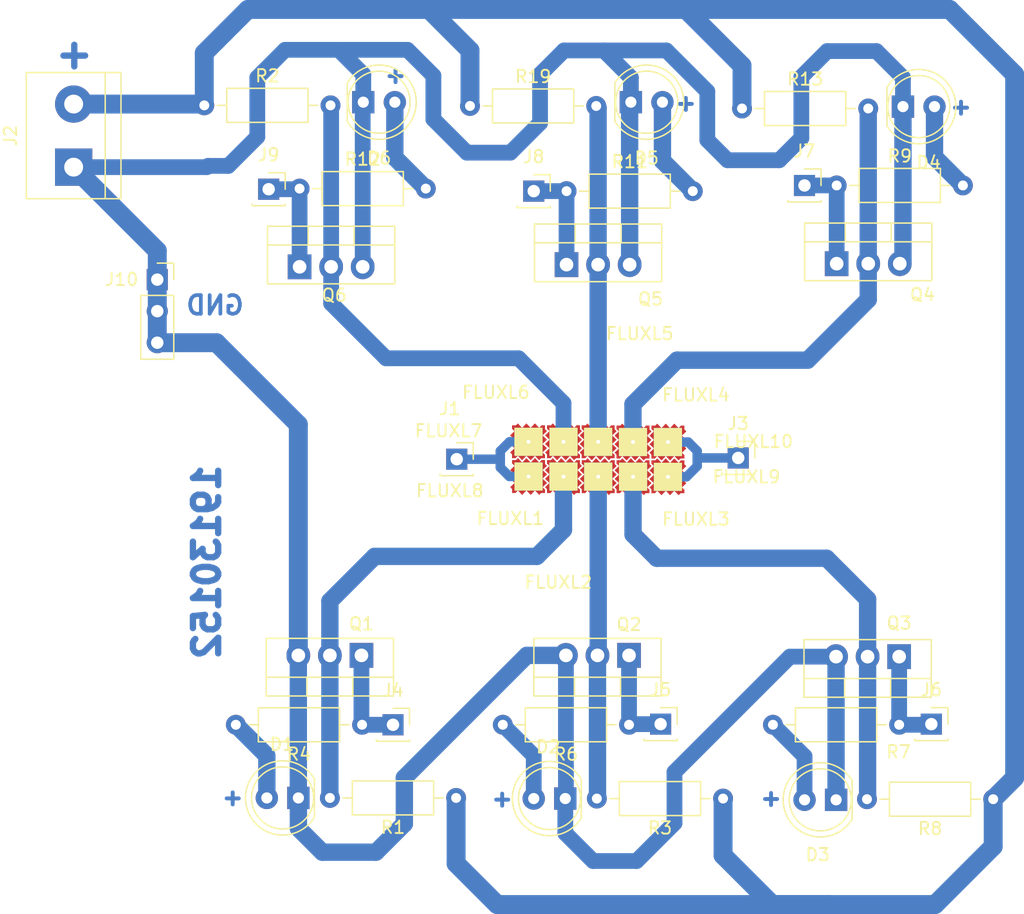
<source format=kicad_pcb>
(kicad_pcb (version 20211014) (generator pcbnew)
  (layers (0 "F.Cu" signal) (31 "B.Cu" signal) (34 "B.Paste" user) (35 "F.Paste" user) (36 "B.SilkS" user "B.Silkscreen") (37 "F.SilkS" user "F.Silkscreen") (38 "B.Mask" user) (39 "F.Mask" user) (44 "Edge.Cuts" user))
  (net 0 "")
  (net 1 "GND")
  (net 2 "Net-(D1-Pad2)")
  (net 3 "Net-(D2-Pad2)")
  (net 4 "Net-(D3-Pad2)")
  (net 5 "Net-(D4-Pad2)")
  (net 6 "Net-(D5-Pad2)")
  (net 7 "Net-(D6-Pad2)")
  (net 8 "Net-(FLUXL7-Pad1)")
  (net 9 "Net-(FLUXL10-Pad1)")
  (net 10 "/PAD_1")
  (net 11 "/PAD_2")
  (net 12 "/PAD_3")
  (net 13 "/PAD_4")
  (net 14 "/PAD_5")
  (net 15 "/PAD_6")
  (net 16 "/LED_1")
  (net 17 "/LED_2")
  (net 18 "/LED_3")
  (net 19 "/LED_4")
  (net 20 "/LED_5")
  (net 21 "/LED_6")
  (net 22 "/+HV")
  (footprint "LED_THT:LED_D5.0mm_IRBlack" (layer "F.Cu") (at 87.7874 133.0452 180)
    (fp_text reference "D1")
    (fp_text value "LED")
  )
  (footprint "Connector_PinSocket_2.54mm:PinSocket_1x03_P2.54mm_Vertical" (layer "F.Cu") (at 76.4282 91.3026)
    (fp_text reference "J10")
    (fp_text value "GND")
  )
  (footprint "GaudiLabsFootPrints:FLUXPAD_2_75_4MIL_FINAL" (layer "F.Cu") (at 117.530204 104.383254 -90)
    (fp_text reference "FLUXL10")
    (fp_text value "FX" hide)
  )
  (footprint "Package_TO_SOT_THT:TO-220-3_Vertical" (layer "F.Cu") (at 109.37 90.095)
    (fp_text reference "Q5")
    (fp_text value "IRF740")
  )
  (footprint "Resistor_THT:R_Axial_DIN0207_L6.3mm_D2.5mm_P10.16mm_Horizontal" (layer "F.Cu") (at 100.4824 133.0452 180)
    (fp_text reference "R1")
    (fp_text value "R")
  )
  (footprint "GaudiLabsFootPrints:FLUXPAD_2_75_4MIL_FINAL" (layer "F.Cu") (at 106.314171 107.159039 90)
    (fp_text reference "FLUXL8")
    (fp_text value "FX" hide)
  )
  (footprint "Resistor_THT:R_Axial_DIN0207_L6.3mm_D2.5mm_P10.16mm_Horizontal" (layer "F.Cu") (at 80.2132 77.2668)
    (fp_text reference "R2")
    (fp_text value "R")
  )
  (footprint "Resistor_THT:R_Axial_DIN0207_L6.3mm_D2.5mm_P10.16mm_Horizontal" (layer "F.Cu") (at 136.144 127.1524 180)
    (fp_text reference "R7")
    (fp_text value "1K")
  )
  (footprint "LED_THT:LED_D5.0mm_IRBlack" (layer "F.Cu") (at 109.2708 133.096 180)
    (fp_text reference "D2")
    (fp_text value "LED")
  )
  (footprint "Connector_PinSocket_2.54mm:PinSocket_1x01_P2.54mm_Vertical" (layer "F.Cu") (at 138.7348 127.1016)
    (fp_text reference "J6")
    (fp_text value "Ard_3")
  )
  (footprint "LED_THT:LED_D5.0mm_IRBlack" (layer "F.Cu") (at 136.4488 77.3684)
    (fp_text reference "D4")
    (fp_text value "LED")
  )
  (footprint "Resistor_THT:R_Axial_DIN0207_L6.3mm_D2.5mm_P10.16mm_Horizontal" (layer "F.Cu") (at 121.9708 133.096 180)
    (fp_text reference "R3")
    (fp_text value "R")
  )
  (footprint "GaudiLabsFootPrints:FLUXPAD_2_75_4MIL_FINAL" (layer "F.Cu") (at 111.921448 107.169996)
    (fp_text reference "FLUXL2")
    (fp_text value "FX" hide)
  )
  (footprint "Resistor_THT:R_Axial_DIN0207_L6.3mm_D2.5mm_P10.16mm_Horizontal" (layer "F.Cu") (at 87.884 83.9724)
    (fp_text reference "R12")
    (fp_text value "1K")
  )
  (footprint "TerminalBlock:TerminalBlock_bornier-2_P5.08mm" (layer "F.Cu") (at 69.6976 82.2452 90)
    (fp_text reference "J2")
    (fp_text value "POWER")
  )
  (footprint "GaudiLabsFootPrints:FLUXPAD_2_75_4MIL_FINAL" (layer "F.Cu") (at 111.914957 104.366531)
    (fp_text reference "FLUXL5")
    (fp_text value "FX" hide)
  )
  (footprint "GaudiLabsFootPrints:FLUXPAD_2_75_4MIL_FINAL" (layer "F.Cu") (at 114.718987 104.382047)
    (fp_text reference "FLUXL4")
    (fp_text value "FX" hide)
  )
  (footprint "Connector_PinSocket_2.54mm:PinSocket_1x01_P2.54mm_Vertical" (layer "F.Cu") (at 85.3948 84.0232)
    (fp_text reference "J9")
    (fp_text value "Ard_6")
  )
  (footprint "GaudiLabsFootPrints:FLUXPAD_2_75_4MIL_FINAL" (layer "F.Cu") (at 109.122994 107.164183)
    (fp_text reference "FLUXL1")
    (fp_text value "FX" hide)
  )
  (footprint "Connector_PinSocket_2.54mm:PinSocket_1x01_P2.54mm_Vertical" (layer "F.Cu") (at 95.4024 127.1524)
    (fp_text reference "J4")
    (fp_text value "Ard_1")
  )
  (footprint "Resistor_THT:R_Axial_DIN0207_L6.3mm_D2.5mm_P10.16mm_Horizontal" (layer "F.Cu") (at 123.4948 77.5208)
    (fp_text reference "R13")
    (fp_text value "R")
  )
  (footprint "GaudiLabsFootPrints:FLUXPAD_2_75_4MIL_FINAL" (layer "F.Cu") (at 109.1264 104.363091)
    (fp_text reference "FLUXL6")
    (fp_text value "FX" hide)
  )
  (footprint "LED_THT:LED_D5.0mm_IRBlack" (layer "F.Cu") (at 114.549 77.0128)
    (fp_text reference "D5")
    (fp_text value "LED")
  )
  (footprint "Connector_PinSocket_2.54mm:PinSocket_1x01_P2.54mm_Vertical" (layer "F.Cu") (at 128.524 83.7184)
    (fp_text reference "J7")
    (fp_text value "Ard_4")
  )
  (footprint "GaudiLabsFootPrints:FLUXPAD_2_75_4MIL_FINAL" (layer "F.Cu") (at 114.724392 107.174116)
    (fp_text reference "FLUXL3")
    (fp_text value "FX" hide)
  )
  (footprint "Connector_PinSocket_2.54mm:PinSocket_1x01_P2.54mm_Vertical" (layer "F.Cu") (at 100.5332 105.7656)
    (fp_text reference "J1")
    (fp_text value "GND_Electrodes")
  )
  (footprint "Package_TO_SOT_THT:TO-220-3_Vertical" (layer "F.Cu") (at 131.1148 90.0176)
    (fp_text reference "Q4")
    (fp_text value "IRF740")
  )
  (footprint "Connector_PinSocket_2.54mm:PinSocket_1x01_P2.54mm_Vertical" (layer "F.Cu") (at 106.7308 84.1756)
    (fp_text reference "J8")
    (fp_text value "Ard_5")
  )
  (footprint "Resistor_THT:R_Axial_DIN0207_L6.3mm_D2.5mm_P10.16mm_Horizontal" (layer "F.Cu") (at 131.1148 83.7184)
    (fp_text reference "R9")
    (fp_text value "1K")
  )
  (footprint "Resistor_THT:R_Axial_DIN0207_L6.3mm_D2.5mm_P10.16mm_Horizontal" (layer "F.Cu") (at 114.4016 127.1524 180)
    (fp_text reference "R6")
    (fp_text value "1K")
  )
  (footprint "Resistor_THT:R_Axial_DIN0207_L6.3mm_D2.5mm_P10.16mm_Horizontal" (layer "F.Cu") (at 143.7132 133.1468 180)
    (fp_text reference "R8")
    (fp_text value "R")
  )
  (footprint "Connector_PinSocket_2.54mm:PinSocket_1x01_P2.54mm_Vertical" (layer "F.Cu") (at 123.19 105.664)
    (fp_text reference "J3")
    (fp_text value "GND_Electrodes")
  )
  (footprint "LED_THT:LED_D5.0mm_IRBlack" (layer "F.Cu") (at 93.0098 77.0128)
    (fp_text reference "D6")
    (fp_text value "LED")
  )
  (footprint "Resistor_THT:R_Axial_DIN0207_L6.3mm_D2.5mm_P10.16mm_Horizontal" (layer "F.Cu") (at 101.6 77.3176)
    (fp_text reference "R19")
    (fp_text value "R")
  )
  (footprint "Package_TO_SOT_THT:TO-220-3_Vertical" (layer "F.Cu") (at 92.8624 121.5644 180)
    (fp_text reference "Q1")
    (fp_text value "IRF740")
  )
  (footprint "Package_TO_SOT_THT:TO-220-3_Vertical" (layer "F.Cu") (at 114.4016 121.5644 180)
    (fp_text reference "Q2")
    (fp_text value "IRF740")
  )
  (footprint "GaudiLabsFootPrints:FLUXPAD_2_75_4MIL_FINAL" (layer "F.Cu") (at 117.530885 107.184008 -90)
    (fp_text reference "FLUXL9")
    (fp_text value "FX" hide)
  )
  (footprint "Resistor_THT:R_Axial_DIN0207_L6.3mm_D2.5mm_P10.16mm_Horizontal" (layer "F.Cu") (at 109.3724 84.1756)
    (fp_text reference "R11")
    (fp_text value "1K")
  )
  (footprint "Package_TO_SOT_THT:TO-220-3_Vertical" (layer "F.Cu") (at 136.144 121.666 180)
    (fp_text reference "Q3")
    (fp_text value "IRF740")
  )
  (footprint "LED_THT:LED_D5.0mm_IRBlack" (layer "F.Cu") (at 131.069 133.1976 180)
    (fp_text reference "D3")
    (fp_text value "LED")
  )
  (footprint "GaudiLabsFootPrints:FLUXPAD_2_75_4MIL_FINAL" (layer "F.Cu") (at 106.30948 104.362407 90)
    (fp_text reference "FLUXL7")
    (fp_text value "FX" hide)
  )
  (footprint "Package_TO_SOT_THT:TO-220-3_Vertical" (layer "F.Cu") (at 87.884 90.2716)
    (fp_text reference "Q6")
    (fp_text value "IRF740")
  )
  (footprint "Connector_PinSocket_2.54mm:PinSocket_1x01_P2.54mm_Vertical" (layer "F.Cu") (at 116.9416 127.1016)
    (fp_text reference "J5")
    (fp_text value "Ard_2")
  )
  (footprint "Resistor_THT:R_Axial_DIN0207_L6.3mm_D2.5mm_P10.16mm_Horizontal" (layer "F.Cu") (at 92.9132 127.1524 180)
    (fp_text reference "R4")
    (fp_text value "1K")
  )
  (gr_text "+" (at 141.1224 77.3684) (layer "B.Cu") (effects (font (size 1.27 1.27) (thickness 0.3175)) (justify mirror)))
  (gr_text "+" (at 82.4992 132.9944) (layer "B.Cu") (effects (font (size 1.27 1.27) (thickness 0.3175)) (justify mirror)))
  (gr_text "+" (at 104.1908 133.096) (layer "B.Cu") (effects (font (size 1.27 1.27) (thickness 0.3175)) (justify mirror)))
  (gr_text "+" (at 95.6056 74.8284) (layer "B.Cu") (effects (font (size 1.27 1.27) (thickness 0.3175)) (justify mirror)))
  (gr_text "19130152" (at 80.4164 114.046 90) (layer "B.Cu") (effects (font (size 2.032 2.032) (thickness 0.508)) (justify mirror)))
  (gr_text "+" (at 125.8316 133.0452) (layer "B.Cu") (effects (font (size 1.27 1.27) (thickness 0.3175)) (justify mirror)))
  (gr_text "+\n" (at 69.7484 73.1012) (layer "B.Cu") (effects (font (size 2.286 2.286) (thickness 0.508)) (justify mirror)))
  (gr_text "+" (at 118.9736 77.0636) (layer "B.Cu") (effects (font (size 1.27 1.27) (thickness 0.3175)) (justify mirror)))
  (gr_text "GND\n" (at 81.0768 93.3704) (layer "B.Cu") (effects (font (size 1.5 1.5) (thickness 0.3)) (justify mirror)))
  (segment (start 131.064 133.1926) (end 131.069 133.1976) (width 1.397) (layer "B.Cu") (net 1))
  (segment (start 109.3216 121.5644) (end 109.3216 133.0452) (width 1.27) (layer "B.Cu") (net 1))
  (segment (start 96.3168 135.128) (end 96.3168 131.4196) (width 1.397) (layer "B.Cu") (net 1))
  (segment (start 84.4804 79.8068) (end 82.1436 82.1436) (width 1.27) (layer "B.Cu") (net 1))
  (segment (start 127.3556 121.666) (end 131.064 121.666) (width 1.27) (layer "B.Cu") (net 1))
  (segment (start 76.4282 96.3826) (end 81.1934 96.3826) (width 1.524) (layer "B.Cu") (net 1))
  (segment (start 112.3696 72.8472) (end 114.549 75.0266) (width 1.27) (layer "B.Cu") (net 1))
  (segment (start 117.407473 72.8472) (end 112.3696 72.8472) (width 1.27) (layer "B.Cu") (net 1))
  (segment (start 98.6536 74.8792) (end 98.6536 78.3844) (width 1.27) (layer "B.Cu") (net 1))
  (segment (start 136.4488 75.0316) (end 134.3152 72.898) (width 1.27) (layer "B.Cu") (net 1))
  (segment (start 92.964 90.2716) (end 92.964 77.0586) (width 1.27) (layer "B.Cu") (net 1))
  (segment (start 87.7874 135.4886) (end 89.7128 137.414) (width 1.397) (layer "B.Cu") (net 1))
  (segment (start 91.0336 72.7964) (end 96.5708 72.7964) (width 1.27) (layer "B.Cu") (net 1))
  (segment (start 111.506 138.1252) (end 115.0112 138.1252) (width 1.27) (layer "B.Cu") (net 1))
  (segment (start 118.0592 130.9624) (end 127.3556 121.666) (width 1.27) (layer "B.Cu") (net 1))
  (segment (start 109.1692 72.8472) (end 112.3696 72.8472) (width 1.27) (layer "B.Cu") (net 1))
  (segment (start 109.2708 133.096) (end 109.2708 135.89) (width 1.27) (layer "B.Cu") (net 1))
  (segment (start 76.4282 91.3026) (end 76.4282 88.9758) (width 1.524) (layer "B.Cu") (net 1))
  (segment (start 76.4282 88.9758) (end 69.6976 82.2452) (width 1.524) (layer "B.Cu") (net 1))
  (segment (start 76.4282 93.8426) (end 76.4282 96.3826) (width 1.524) (layer "B.Cu") (net 1))
  (segment (start 91.0336 72.7964) (end 86.7156 72.7964) (width 1.27) (layer "B.Cu") (net 1))
  (segment (start 114.549 75.0266) (end 114.549 77.0128) (width 1.27) (layer "B.Cu") (net 1))
  (segment (start 87.7824 102.9716) (end 87.7824 121.5644) (width 1.524) (layer "B.Cu") (net 1))
  (segment (start 89.7128 137.414) (end 94.0308 137.414) (width 1.397) (layer "B.Cu") (net 1))
  (segment (start 136.4488 77.3684) (end 136.4488 75.0316) (width 1.27) (layer "B.Cu") (net 1))
  (segment (start 122.3264 81.6864) (end 120.7008 80.0608) (width 1.27) (layer "B.Cu") (net 1))
  (segment (start 104.8512 81.0768) (end 107.2388 78.6892) (width 1.27) (layer "B.Cu") (net 1))
  (segment (start 94.0308 137.414) (end 96.3168 135.128) (width 1.397) (layer "B.Cu") (net 1))
  (segment (start 118.0592 135.0772) (end 118.0592 130.9624) (width 1.27) (layer "B.Cu") (net 1))
  (segment (start 76.4282 91.3026) (end 76.4282 93.8426) (width 1.524) (layer "B.Cu") (net 1))
  (segment (start 92.964 77.0586) (end 93.0098 77.0128) (width 1.27) (layer "B.Cu") (net 1))
  (segment (start 87.7874 133.0452) (end 87.7874 135.4886) (width 1.397) (layer "B.Cu") (net 1))
  (segment (start 93.0098 77.0128) (end 93.0098 74.7726) (width 1.27) (layer "B.Cu") (net 1))
  (segment (start 136.4488 89.7636) (end 136.1948 90.0176) (width 1.397) (layer "B.Cu") (net 1))
  (segment (start 96.3168 131.4196) (end 106.172 121.5644) (width 1.397) (layer "B.Cu") (net 1))
  (segment (start 106.172 121.5644) (end 109.3216 121.5644) (width 1.397) (layer "B.Cu") (net 1))
  (segment (start 107.2388 74.7776) (end 109.1692 72.8472) (width 1.27) (layer "B.Cu") (net 1))
  (segment (start 128.27 74.9808) (end 128.27 79.9084) (width 1.27) (layer "B.Cu") (net 1))
  (segment (start 128.27 79.9084) (end 126.492 81.6864) (width 1.27) (layer "B.Cu") (net 1))
  (segment (start 109.2708 135.89) (end 111.506 138.1252) (width 1.27) (layer "B.Cu") (net 1))
  (segment (start 101.346 81.0768) (end 104.8512 81.0768) (width 1.27) (layer "B.Cu") (net 1))
  (segment (start 134.3152 72.898) (end 130.3528 72.898) (width 1.27) (layer "B.Cu") (net 1))
  (segment (start 86.7156 72.7964) (end 84.4804 75.0316) (width 1.27) (layer "B.Cu") (net 1))
  (segment (start 114.45 90.095) (end 114.45 77.1118) (width 1.397) (layer "B.Cu") (net 1))
  (segment (start 80.4164 82.2452) (end 69.6976 82.2452) (width 1.27) (layer "B.Cu") (net 1))
  (segment (start 96.5708 72.7964) (end 98.6536 74.8792) (width 1.27) (layer "B.Cu") (net 1))
  (segment (start 115.0112 138.1252) (end 118.0592 135.0772) (width 1.27) (layer "B.Cu") (net 1))
  (segment (start 130.3528 72.898) (end 128.27 74.9808) (width 1.27) (layer "B.Cu") (net 1))
  (segment (start 136.4488 77.3684) (end 136.4488 89.7636) (width 1.397) (layer "B.Cu") (net 1))
  (segment (start 114.45 77.1118) (end 114.549 77.0128) (width 1.397) (layer "B.Cu") (net 1))
  (segment (start 80.518 82.1436) (end 80.4164 82.2452) (width 1.27) (layer "B.Cu") (net 1))
  (segment (start 126.492 81.6864) (end 122.3264 81.6864) (width 1.27) (layer "B.Cu") (net 1))
  (segment (start 120.7008 76.140527) (end 117.407473 72.8472) (width 1.27) (layer "B.Cu") (net 1))
  (segment (start 131.064 121.666) (end 131.064 133.1926) (width 1.397) (layer "B.Cu") (net 1))
  (segment (start 81.1934 96.3826) (end 87.7824 102.9716) (width 1.524) (layer "B.Cu") (net 1))
  (segment (start 87.7824 121.5644) (end 87.7824 133.0402) (width 1.397) (layer "B.Cu") (net 1))
  (segment (start 87.7824 133.0402) (end 87.7874 133.0452) (width 1.397) (layer "B.Cu") (net 1))
  (segment (start 93.0098 74.7726) (end 91.0336 72.7964) (width 1.27) (layer "B.Cu") (net 1))
  (segment (start 120.7008 80.0608) (end 120.7008 76.140527) (width 1.27) (layer "B.Cu") (net 1))
  (segment (start 82.1436 82.1436) (end 80.518 82.1436) (width 1.27) (layer "B.Cu") (net 1))
  (segment (start 98.6536 78.3844) (end 101.346 81.0768) (width 1.27) (layer "B.Cu") (net 1))
  (segment (start 84.4804 75.0316) (end 84.4804 79.8068) (width 1.27) (layer "B.Cu") (net 1))
  (segment (start 109.3216 133.0452) (end 109.2708 133.096) (width 1.27) (layer "B.Cu") (net 1))
  (segment (start 107.2388 78.6892) (end 107.2388 74.7776) (width 1.27) (layer "B.Cu") (net 1))
  (segment (start 85.2474 129.6466) (end 82.7532 127.1524) (width 1.397) (layer "B.Cu") (net 2))
  (segment (start 85.2474 133.0452) (end 85.2474 129.6466) (width 1.397) (layer "B.Cu") (net 2))
  (segment (start 106.7308 133.096) (end 106.7308 129.6416) (width 1.27) (layer "B.Cu") (net 3))
  (segment (start 106.7308 129.6416) (end 104.2416 127.1524) (width 1.27) (layer "B.Cu") (net 3))
  (segment (start 128.529 129.6974) (end 125.984 127.1524) (width 1.27) (layer "B.Cu") (net 4))
  (segment (start 128.529 133.1976) (end 128.529 129.6974) (width 1.27) (layer "B.Cu") (net 4))
  (segment (start 138.9888 77.3684) (end 138.9888 81.4324) (width 1.397) (layer "B.Cu") (net 5))
  (segment (start 138.9888 81.4324) (end 141.2748 83.7184) (width 1.397) (layer "B.Cu") (net 5))
  (segment (start 117.089 77.0128) (end 117.089 81.7322) (width 1.397) (layer "B.Cu") (net 6))
  (segment (start 117.089 81.7322) (end 119.5324 84.1756) (width 1.397) (layer "B.Cu") (net 6))
  (segment (start 95.5498 81.4782) (end 98.044 83.9724) (width 1.397) (layer "B.Cu") (net 7))
  (segment (start 95.5498 77.0128) (end 95.5498 81.4782) (width 1.397) (layer "B.Cu") (net 7))
  (segment (start 106.30948 104.362407) (end 104.781193 104.362407) (width 0.762) (layer "B.Cu") (net 8))
  (segment (start 104.0384 105.7656) (end 104.0384 106.426) (width 0.762) (layer "B.Cu") (net 8))
  (segment (start 100.5332 105.7656) (end 104.0384 105.7656) (width 0.762) (layer "B.Cu") (net 8))
  (segment (start 104.781193 104.362407) (end 104.0384 105.1052) (width 0.762) (layer "B.Cu") (net 8))
  (segment (start 104.771439 107.159039) (end 106.314171 107.159039) (width 0.762) (layer "B.Cu") (net 8))
  (segment (start 104.0384 105.1052) (end 104.0384 105.7656) (width 0.762) (layer "B.Cu") (net 8))
  (segment (start 104.0384 106.426) (end 104.771439 107.159039) (width 0.762) (layer "B.Cu") (net 8))
  (segment (start 123.19 105.664) (end 119.9388 105.664) (width 0.762) (layer "B.Cu") (net 9))
  (segment (start 119.888 105.1052) (end 119.888 105.7148) (width 0.762) (layer "B.Cu") (net 9))
  (segment (start 119.888 106.3244) (end 119.028392 107.184008) (width 0.762) (layer "B.Cu") (net 9))
  (segment (start 119.028392 107.184008) (end 117.530885 107.184008) (width 0.762) (layer "B.Cu") (net 9))
  (segment (start 119.888 105.7148) (end 119.888 106.3244) (width 0.762) (layer "B.Cu") (net 9))
  (segment (start 119.9388 105.664) (end 119.888 105.7148) (width 0.762) (layer "B.Cu") (net 9))
  (segment (start 117.530204 104.383254) (end 119.166054 104.383254) (width 0.762) (layer "B.Cu") (net 9))
  (segment (start 119.166054 104.383254) (end 119.888 105.1052) (width 0.762) (layer "B.Cu") (net 9))
  (segment (start 90.3224 121.5644) (end 90.3224 117.1956) (width 1.397) (layer "B.Cu") (net 10))
  (segment (start 90.3224 117.1956) (end 93.9292 113.5888) (width 1.397) (layer "B.Cu") (net 10))
  (segment (start 109.122994 111.450606) (end 109.122994 107.164183) (width 1.397) (layer "B.Cu") (net 10))
  (segment (start 90.3224 121.5644) (end 90.3224 133.0452) (width 1.397) (layer "B.Cu") (net 10))
  (segment (start 93.9292 113.5888) (end 106.9848 113.5888) (width 1.397) (layer "B.Cu") (net 10))
  (segment (start 106.9848 113.5888) (end 109.122994 111.450606) (width 1.397) (layer "B.Cu") (net 10))
  (segment (start 111.8616 133.0452) (end 111.8108 133.096) (width 1.397) (layer "B.Cu") (net 11))
  (segment (start 111.8616 121.5644) (end 111.8616 133.0452) (width 1.397) (layer "B.Cu") (net 11))
  (segment (start 111.921448 121.504552) (end 111.8616 121.5644) (width 1.397) (layer "B.Cu") (net 11))
  (segment (start 111.921448 107.169996) (end 111.921448 121.504552) (width 1.397) (layer "B.Cu") (net 11))
  (segment (start 133.604 133.096) (end 133.5532 133.1468) (width 1.397) (layer "B.Cu") (net 12))
  (segment (start 130.302 113.7412) (end 116.6368 113.7412) (width 1.397) (layer "B.Cu") (net 12))
  (segment (start 114.724392 111.828792) (end 114.724392 107.174116) (width 1.397) (layer "B.Cu") (net 12))
  (segment (start 116.6368 113.7412) (end 114.724392 111.828792) (width 1.397) (layer "B.Cu") (net 12))
  (segment (start 133.604 121.666) (end 133.604 117.0432) (width 1.397) (layer "B.Cu") (net 12))
  (segment (start 133.604 121.666) (end 133.604 133.096) (width 1.397) (layer "B.Cu") (net 12))
  (segment (start 133.604 117.0432) (end 130.302 113.7412) (width 1.397) (layer "B.Cu") (net 12))
  (segment (start 133.6548 90.0176) (end 133.6548 92.9132) (width 1.397) (layer "B.Cu") (net 13))
  (segment (start 128.778 97.79) (end 118.2624 97.79) (width 1.397) (layer "B.Cu") (net 13))
  (segment (start 133.6548 90.0176) (end 133.6548 77.5208) (width 1.397) (layer "B.Cu") (net 13))
  (segment (start 118.2624 97.79) (end 114.718987 101.333413) (width 1.397) (layer "B.Cu") (net 13))
  (segment (start 133.6548 92.9132) (end 128.778 97.79) (width 1.397) (layer "B.Cu") (net 13))
  (segment (start 114.718987 101.333413) (end 114.718987 104.382047) (width 1.397) (layer "B.Cu") (net 13))
  (segment (start 111.91 77.4676) (end 111.76 77.3176) (width 1.397) (layer "B.Cu") (net 14))
  (segment (start 111.914957 90.099957) (end 111.91 90.095) (width 1.397) (layer "B.Cu") (net 14))
  (segment (start 111.91 90.095) (end 111.91 77.4676) (width 1.397) (layer "B.Cu") (net 14))
  (segment (start 111.914957 104.366531) (end 111.914957 90.099957) (width 1.397) (layer "B.Cu") (net 14))
  (segment (start 90.424 90.2716) (end 90.424 93.218) (width 1.27) (layer "B.Cu") (net 15))
  (segment (start 90.424 90.2716) (end 90.424 77.3176) (width 1.27) (layer "B.Cu") (net 15))
  (segment (start 90.424 77.3176) (end 90.3732 77.2668) (width 1.27) (layer "B.Cu") (net 15))
  (segment (start 90.424 93.218) (end 94.8436 97.6376) (width 1.27) (layer "B.Cu") (net 15))
  (segment (start 105.5116 97.6376) (end 109.1264 101.2524) (width 1.27) (layer "B.Cu") (net 15))
  (segment (start 109.1264 101.2524) (end 109.1264 104.363091) (width 1.27) (layer "B.Cu") (net 15))
  (segment (start 94.8436 97.6376) (end 105.5116 97.6376) (width 1.27) (layer "B.Cu") (net 15))
  (segment (start 92.8624 127.1016) (end 92.9132 127.1524) (width 1.27) (layer "B.Cu") (net 16))
  (segment (start 92.8624 121.5644) (end 92.8624 127.1016) (width 1.27) (layer "B.Cu") (net 16))
  (segment (start 92.9132 127.1524) (end 95.4024 127.1524) (width 1.27) (layer "B.Cu") (net 16))
  (segment (start 116.9416 127.1016) (end 114.4524 127.1016) (width 1.27) (layer "B.Cu") (net 17))
  (segment (start 114.4016 127.1524) (end 114.4016 121.5644) (width 1.27) (layer "B.Cu") (net 17))
  (segment (start 114.4524 127.1016) (end 114.4016 127.1524) (width 1.27) (layer "B.Cu") (net 17))
  (segment (start 138.684 127.1524) (end 138.7348 127.1016) (width 1.27) (layer "B.Cu") (net 18))
  (segment (start 136.144 127.1524) (end 138.684 127.1524) (width 1.27) (layer "B.Cu") (net 18))
  (segment (start 136.144 121.666) (end 136.144 127.1524) (width 1.27) (layer "B.Cu") (net 18))
  (segment (start 131.1148 83.7184) (end 131.1148 90.0176) (width 1.27) (layer "B.Cu") (net 19))
  (segment (start 131.1148 83.7184) (end 128.524 83.7184) (width 1.27) (layer "B.Cu") (net 19))
  (segment (start 109.3724 90.0926) (end 109.37 90.095) (width 1.27) (layer "B.Cu") (net 20))
  (segment (start 109.3724 84.1756) (end 109.3724 90.0926) (width 1.27) (layer "B.Cu") (net 20))
  (segment (start 109.3724 84.1756) (end 106.7308 84.1756) (width 1.27) (layer "B.Cu") (net 20))
  (segment (start 87.8332 84.0232) (end 87.884 83.9724) (width 1.27) (layer "B.Cu") (net 21))
  (segment (start 87.884 83.9724) (end 87.884 90.2716) (width 1.27) (layer "B.Cu") (net 21))
  (segment (start 85.3948 84.0232) (end 87.8332 84.0232) (width 1.27) (layer "B.Cu") (net 21))
  (segment (start 140.208 69.5452) (end 145.4404 74.7776) (width 1.524) (layer "B.Cu") (net 22))
  (segment (start 103.7844 141.6304) (end 100.4824 138.3284) (width 1.524) (layer "B.Cu") (net 22))
  (segment (start 130.5052 141.6304) (end 103.7844 141.6304) (width 1.524) (layer "B.Cu") (net 22))
  (segment (start 69.6976 77.1652) (end 80.1116 77.1652) (width 1.524) (layer "B.Cu") (net 22))
  (segment (start 125.9332 141.6304) (end 121.9708 137.668) (width 1.524) (layer "B.Cu") (net 22))
  (segment (start 130.5052 141.6304) (end 125.9332 141.6304) (width 1.524) (layer "B.Cu") (net 22))
  (segment (start 80.1116 77.1652) (end 80.2132 77.2668) (width 1.524) (layer "B.Cu") (net 22))
  (segment (start 101.6 72.8472) (end 101.6 77.3176) (width 1.524) (layer "B.Cu") (net 22))
  (segment (start 143.7132 136.9568) (end 139.0396 141.6304) (width 1.524) (layer "B.Cu") (net 22))
  (segment (start 80.2132 77.2668) (end 80.2132 73.0504) (width 1.524) (layer "B.Cu") (net 22))
  (segment (start 145.4404 74.7776) (end 145.4404 131.4196) (width 1.524) (layer "B.Cu") (net 22))
  (segment (start 139.0396 141.6304) (end 130.5052 141.6304) (width 1.524) (layer "B.Cu") (net 22))
  (segment (start 123.4948 74.0664) (end 118.9736 69.5452) (width 1.524) (layer "B.Cu") (net 22))
  (segment (start 98.298 69.5452) (end 101.6 72.8472) (width 1.524) (layer "B.Cu") (net 22))
  (segment (start 83.7184 69.5452) (end 98.298 69.5452) (width 1.524) (layer "B.Cu") (net 22))
  (segment (start 80.2132 73.0504) (end 83.7184 69.5452) (width 1.524) (layer "B.Cu") (net 22))
  (segment (start 123.4948 77.5208) (end 123.4948 74.0664) (width 1.524) (layer "B.Cu") (net 22))
  (segment (start 118.9736 69.5452) (end 140.208 69.5452) (width 1.524) (layer "B.Cu") (net 22))
  (segment (start 121.9708 137.668) (end 121.9708 133.096) (width 1.524) (layer "B.Cu") (net 22))
  (segment (start 118.9736 69.5452) (end 98.298 69.5452) (width 1.524) (layer "B.Cu") (net 22))
  (segment (start 145.4404 131.4196) (end 143.7132 133.1468) (width 1.524) (layer "B.Cu") (net 22))
  (segment (start 100.4824 138.3284) (end 100.4824 133.0452) (width 1.524) (layer "B.Cu") (net 22))
  (segment (start 143.7132 133.1468) (end 143.7132 136.9568) (width 1.524) (layer "B.Cu") (net 22))
)
</source>
